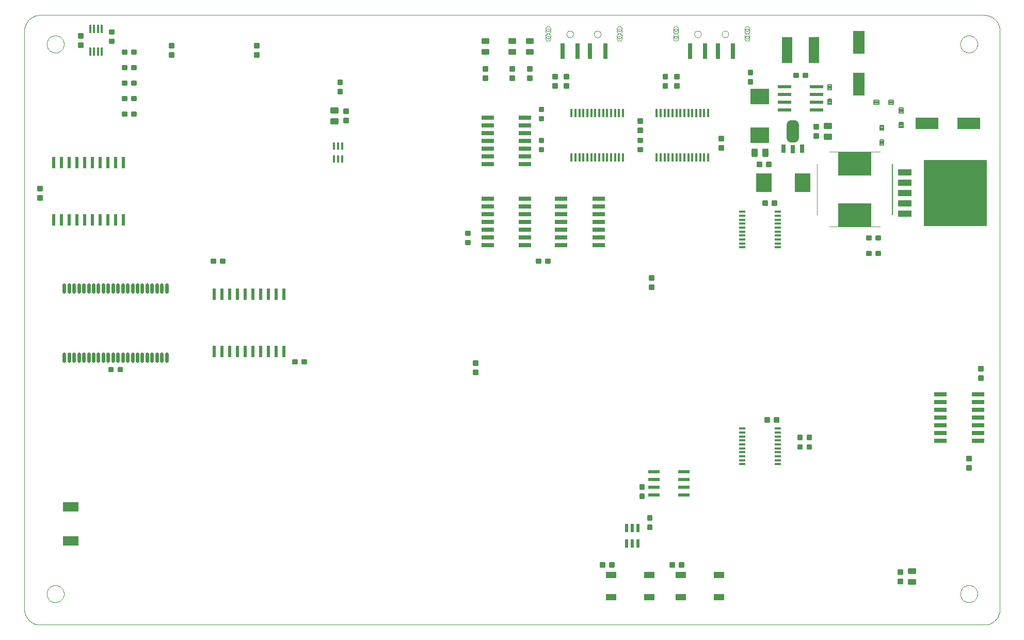
<source format=gtp>
G75*
%MOIN*%
%OFA0B0*%
%FSLAX24Y24*%
%IPPOS*%
%LPD*%
%AMOC8*
5,1,8,0,0,1.08239X$1,22.5*
%
%ADD10C,0.0000*%
%ADD11C,0.0217*%
%ADD12R,0.0780X0.0220*%
%ADD13R,0.0220X0.0520*%
%ADD14R,0.0390X0.0120*%
%ADD15R,0.0137X0.0550*%
%ADD16C,0.0088*%
%ADD17R,0.0709X0.0433*%
%ADD18R,0.0800X0.0260*%
%ADD19R,0.1500X0.0750*%
%ADD20R,0.0750X0.1500*%
%ADD21R,0.1000X0.1200*%
%ADD22R,0.1200X0.1000*%
%ADD23R,0.0669X0.1654*%
%ADD24R,0.1000X0.0600*%
%ADD25C,0.0079*%
%ADD26R,0.0220X0.0780*%
%ADD27R,0.0315X0.0984*%
%ADD28R,0.0866X0.0236*%
%ADD29R,0.4098X0.4252*%
%ADD30R,0.0850X0.0420*%
%ADD31R,0.0315X0.0551*%
%ADD32C,0.0600*%
%ADD33C,0.0100*%
%ADD34C,0.0080*%
%ADD35R,0.2165X0.1575*%
%ADD36R,0.0140X0.0460*%
%ADD37R,0.0140X0.0520*%
D10*
X000350Y001350D02*
X000350Y038720D01*
X000352Y038780D01*
X000357Y038841D01*
X000366Y038900D01*
X000379Y038959D01*
X000395Y039018D01*
X000415Y039075D01*
X000438Y039130D01*
X000465Y039185D01*
X000494Y039237D01*
X000527Y039288D01*
X000563Y039337D01*
X000601Y039383D01*
X000643Y039427D01*
X000687Y039469D01*
X000733Y039507D01*
X000782Y039543D01*
X000833Y039576D01*
X000885Y039605D01*
X000940Y039632D01*
X000995Y039655D01*
X001052Y039675D01*
X001111Y039691D01*
X001170Y039704D01*
X001229Y039713D01*
X001290Y039718D01*
X001350Y039720D01*
X062342Y039720D01*
X062402Y039718D01*
X062463Y039713D01*
X062522Y039704D01*
X062581Y039691D01*
X062640Y039675D01*
X062697Y039655D01*
X062752Y039632D01*
X062807Y039605D01*
X062859Y039576D01*
X062910Y039543D01*
X062959Y039507D01*
X063005Y039469D01*
X063049Y039427D01*
X063091Y039383D01*
X063129Y039337D01*
X063165Y039288D01*
X063198Y039237D01*
X063227Y039185D01*
X063254Y039130D01*
X063277Y039075D01*
X063297Y039018D01*
X063313Y038959D01*
X063326Y038900D01*
X063335Y038841D01*
X063340Y038780D01*
X063342Y038720D01*
X063342Y001350D01*
X063340Y001290D01*
X063335Y001229D01*
X063326Y001170D01*
X063313Y001111D01*
X063297Y001052D01*
X063277Y000995D01*
X063254Y000940D01*
X063227Y000885D01*
X063198Y000833D01*
X063165Y000782D01*
X063129Y000733D01*
X063091Y000687D01*
X063049Y000643D01*
X063005Y000601D01*
X062959Y000563D01*
X062910Y000527D01*
X062859Y000494D01*
X062807Y000465D01*
X062752Y000438D01*
X062697Y000415D01*
X062640Y000395D01*
X062581Y000379D01*
X062522Y000366D01*
X062463Y000357D01*
X062402Y000352D01*
X062342Y000350D01*
X001350Y000350D01*
X001290Y000352D01*
X001229Y000357D01*
X001170Y000366D01*
X001111Y000379D01*
X001052Y000395D01*
X000995Y000415D01*
X000940Y000438D01*
X000885Y000465D01*
X000833Y000494D01*
X000782Y000527D01*
X000733Y000563D01*
X000687Y000601D01*
X000643Y000643D01*
X000601Y000687D01*
X000563Y000733D01*
X000527Y000782D01*
X000494Y000833D01*
X000465Y000885D01*
X000438Y000940D01*
X000415Y000995D01*
X000395Y001052D01*
X000379Y001111D01*
X000366Y001170D01*
X000357Y001229D01*
X000352Y001290D01*
X000350Y001350D01*
X001799Y002350D02*
X001801Y002397D01*
X001807Y002443D01*
X001817Y002489D01*
X001830Y002534D01*
X001848Y002577D01*
X001869Y002619D01*
X001893Y002659D01*
X001921Y002696D01*
X001952Y002731D01*
X001986Y002764D01*
X002022Y002793D01*
X002061Y002819D01*
X002102Y002842D01*
X002145Y002861D01*
X002189Y002877D01*
X002234Y002889D01*
X002280Y002897D01*
X002327Y002901D01*
X002373Y002901D01*
X002420Y002897D01*
X002466Y002889D01*
X002511Y002877D01*
X002555Y002861D01*
X002598Y002842D01*
X002639Y002819D01*
X002678Y002793D01*
X002714Y002764D01*
X002748Y002731D01*
X002779Y002696D01*
X002807Y002659D01*
X002831Y002619D01*
X002852Y002577D01*
X002870Y002534D01*
X002883Y002489D01*
X002893Y002443D01*
X002899Y002397D01*
X002901Y002350D01*
X002899Y002303D01*
X002893Y002257D01*
X002883Y002211D01*
X002870Y002166D01*
X002852Y002123D01*
X002831Y002081D01*
X002807Y002041D01*
X002779Y002004D01*
X002748Y001969D01*
X002714Y001936D01*
X002678Y001907D01*
X002639Y001881D01*
X002598Y001858D01*
X002555Y001839D01*
X002511Y001823D01*
X002466Y001811D01*
X002420Y001803D01*
X002373Y001799D01*
X002327Y001799D01*
X002280Y001803D01*
X002234Y001811D01*
X002189Y001823D01*
X002145Y001839D01*
X002102Y001858D01*
X002061Y001881D01*
X002022Y001907D01*
X001986Y001936D01*
X001952Y001969D01*
X001921Y002004D01*
X001893Y002041D01*
X001869Y002081D01*
X001848Y002123D01*
X001830Y002166D01*
X001817Y002211D01*
X001807Y002257D01*
X001801Y002303D01*
X001799Y002350D01*
X001799Y037850D02*
X001801Y037897D01*
X001807Y037943D01*
X001817Y037989D01*
X001830Y038034D01*
X001848Y038077D01*
X001869Y038119D01*
X001893Y038159D01*
X001921Y038196D01*
X001952Y038231D01*
X001986Y038264D01*
X002022Y038293D01*
X002061Y038319D01*
X002102Y038342D01*
X002145Y038361D01*
X002189Y038377D01*
X002234Y038389D01*
X002280Y038397D01*
X002327Y038401D01*
X002373Y038401D01*
X002420Y038397D01*
X002466Y038389D01*
X002511Y038377D01*
X002555Y038361D01*
X002598Y038342D01*
X002639Y038319D01*
X002678Y038293D01*
X002714Y038264D01*
X002748Y038231D01*
X002779Y038196D01*
X002807Y038159D01*
X002831Y038119D01*
X002852Y038077D01*
X002870Y038034D01*
X002883Y037989D01*
X002893Y037943D01*
X002899Y037897D01*
X002901Y037850D01*
X002899Y037803D01*
X002893Y037757D01*
X002883Y037711D01*
X002870Y037666D01*
X002852Y037623D01*
X002831Y037581D01*
X002807Y037541D01*
X002779Y037504D01*
X002748Y037469D01*
X002714Y037436D01*
X002678Y037407D01*
X002639Y037381D01*
X002598Y037358D01*
X002555Y037339D01*
X002511Y037323D01*
X002466Y037311D01*
X002420Y037303D01*
X002373Y037299D01*
X002327Y037299D01*
X002280Y037303D01*
X002234Y037311D01*
X002189Y037323D01*
X002145Y037339D01*
X002102Y037358D01*
X002061Y037381D01*
X002022Y037407D01*
X001986Y037436D01*
X001952Y037469D01*
X001921Y037504D01*
X001893Y037541D01*
X001869Y037581D01*
X001848Y037623D01*
X001830Y037666D01*
X001817Y037711D01*
X001807Y037757D01*
X001801Y037803D01*
X001799Y037850D01*
X034015Y038209D02*
X034017Y038234D01*
X034023Y038258D01*
X034032Y038280D01*
X034045Y038301D01*
X034061Y038320D01*
X034080Y038336D01*
X034101Y038349D01*
X034123Y038358D01*
X034147Y038364D01*
X034172Y038366D01*
X034197Y038364D01*
X034221Y038358D01*
X034243Y038349D01*
X034264Y038336D01*
X034283Y038320D01*
X034299Y038301D01*
X034312Y038280D01*
X034321Y038258D01*
X034327Y038234D01*
X034329Y038209D01*
X034327Y038184D01*
X034321Y038160D01*
X034312Y038138D01*
X034299Y038117D01*
X034283Y038098D01*
X034264Y038082D01*
X034243Y038069D01*
X034221Y038060D01*
X034197Y038054D01*
X034172Y038052D01*
X034147Y038054D01*
X034123Y038060D01*
X034101Y038069D01*
X034080Y038082D01*
X034061Y038098D01*
X034045Y038117D01*
X034032Y038138D01*
X034023Y038160D01*
X034017Y038184D01*
X034015Y038209D01*
X034015Y038367D02*
X034017Y038392D01*
X034023Y038416D01*
X034032Y038438D01*
X034045Y038459D01*
X034061Y038478D01*
X034080Y038494D01*
X034101Y038507D01*
X034123Y038516D01*
X034147Y038522D01*
X034172Y038524D01*
X034197Y038522D01*
X034221Y038516D01*
X034243Y038507D01*
X034264Y038494D01*
X034283Y038478D01*
X034299Y038459D01*
X034312Y038438D01*
X034321Y038416D01*
X034327Y038392D01*
X034329Y038367D01*
X034327Y038342D01*
X034321Y038318D01*
X034312Y038296D01*
X034299Y038275D01*
X034283Y038256D01*
X034264Y038240D01*
X034243Y038227D01*
X034221Y038218D01*
X034197Y038212D01*
X034172Y038210D01*
X034147Y038212D01*
X034123Y038218D01*
X034101Y038227D01*
X034080Y038240D01*
X034061Y038256D01*
X034045Y038275D01*
X034032Y038296D01*
X034023Y038318D01*
X034017Y038342D01*
X034015Y038367D01*
X034015Y038682D02*
X034017Y038707D01*
X034023Y038731D01*
X034032Y038753D01*
X034045Y038774D01*
X034061Y038793D01*
X034080Y038809D01*
X034101Y038822D01*
X034123Y038831D01*
X034147Y038837D01*
X034172Y038839D01*
X034197Y038837D01*
X034221Y038831D01*
X034243Y038822D01*
X034264Y038809D01*
X034283Y038793D01*
X034299Y038774D01*
X034312Y038753D01*
X034321Y038731D01*
X034327Y038707D01*
X034329Y038682D01*
X034327Y038657D01*
X034321Y038633D01*
X034312Y038611D01*
X034299Y038590D01*
X034283Y038571D01*
X034264Y038555D01*
X034243Y038542D01*
X034221Y038533D01*
X034197Y038527D01*
X034172Y038525D01*
X034147Y038527D01*
X034123Y038533D01*
X034101Y038542D01*
X034080Y038555D01*
X034061Y038571D01*
X034045Y038590D01*
X034032Y038611D01*
X034023Y038633D01*
X034017Y038657D01*
X034015Y038682D01*
X034015Y038839D02*
X034017Y038864D01*
X034023Y038888D01*
X034032Y038910D01*
X034045Y038931D01*
X034061Y038950D01*
X034080Y038966D01*
X034101Y038979D01*
X034123Y038988D01*
X034147Y038994D01*
X034172Y038996D01*
X034197Y038994D01*
X034221Y038988D01*
X034243Y038979D01*
X034264Y038966D01*
X034283Y038950D01*
X034299Y038931D01*
X034312Y038910D01*
X034321Y038888D01*
X034327Y038864D01*
X034329Y038839D01*
X034327Y038814D01*
X034321Y038790D01*
X034312Y038768D01*
X034299Y038747D01*
X034283Y038728D01*
X034264Y038712D01*
X034243Y038699D01*
X034221Y038690D01*
X034197Y038684D01*
X034172Y038682D01*
X034147Y038684D01*
X034123Y038690D01*
X034101Y038699D01*
X034080Y038712D01*
X034061Y038728D01*
X034045Y038747D01*
X034032Y038768D01*
X034023Y038790D01*
X034017Y038814D01*
X034015Y038839D01*
X035372Y038497D02*
X035374Y038526D01*
X035380Y038554D01*
X035389Y038582D01*
X035402Y038608D01*
X035419Y038631D01*
X035438Y038653D01*
X035460Y038672D01*
X035485Y038687D01*
X035511Y038700D01*
X035539Y038708D01*
X035567Y038713D01*
X035596Y038714D01*
X035625Y038711D01*
X035653Y038704D01*
X035680Y038694D01*
X035706Y038680D01*
X035729Y038663D01*
X035750Y038643D01*
X035768Y038620D01*
X035783Y038595D01*
X035794Y038568D01*
X035802Y038540D01*
X035806Y038511D01*
X035806Y038483D01*
X035802Y038454D01*
X035794Y038426D01*
X035783Y038399D01*
X035768Y038374D01*
X035750Y038351D01*
X035729Y038331D01*
X035706Y038314D01*
X035680Y038300D01*
X035653Y038290D01*
X035625Y038283D01*
X035596Y038280D01*
X035567Y038281D01*
X035539Y038286D01*
X035511Y038294D01*
X035485Y038307D01*
X035460Y038322D01*
X035438Y038341D01*
X035419Y038363D01*
X035402Y038386D01*
X035389Y038412D01*
X035380Y038440D01*
X035374Y038468D01*
X035372Y038497D01*
X037144Y038497D02*
X037146Y038526D01*
X037152Y038554D01*
X037161Y038582D01*
X037174Y038608D01*
X037191Y038631D01*
X037210Y038653D01*
X037232Y038672D01*
X037257Y038687D01*
X037283Y038700D01*
X037311Y038708D01*
X037339Y038713D01*
X037368Y038714D01*
X037397Y038711D01*
X037425Y038704D01*
X037452Y038694D01*
X037478Y038680D01*
X037501Y038663D01*
X037522Y038643D01*
X037540Y038620D01*
X037555Y038595D01*
X037566Y038568D01*
X037574Y038540D01*
X037578Y038511D01*
X037578Y038483D01*
X037574Y038454D01*
X037566Y038426D01*
X037555Y038399D01*
X037540Y038374D01*
X037522Y038351D01*
X037501Y038331D01*
X037478Y038314D01*
X037452Y038300D01*
X037425Y038290D01*
X037397Y038283D01*
X037368Y038280D01*
X037339Y038281D01*
X037311Y038286D01*
X037283Y038294D01*
X037257Y038307D01*
X037232Y038322D01*
X037210Y038341D01*
X037191Y038363D01*
X037174Y038386D01*
X037161Y038412D01*
X037152Y038440D01*
X037146Y038468D01*
X037144Y038497D01*
X038621Y038367D02*
X038623Y038392D01*
X038629Y038416D01*
X038638Y038438D01*
X038651Y038459D01*
X038667Y038478D01*
X038686Y038494D01*
X038707Y038507D01*
X038729Y038516D01*
X038753Y038522D01*
X038778Y038524D01*
X038803Y038522D01*
X038827Y038516D01*
X038849Y038507D01*
X038870Y038494D01*
X038889Y038478D01*
X038905Y038459D01*
X038918Y038438D01*
X038927Y038416D01*
X038933Y038392D01*
X038935Y038367D01*
X038933Y038342D01*
X038927Y038318D01*
X038918Y038296D01*
X038905Y038275D01*
X038889Y038256D01*
X038870Y038240D01*
X038849Y038227D01*
X038827Y038218D01*
X038803Y038212D01*
X038778Y038210D01*
X038753Y038212D01*
X038729Y038218D01*
X038707Y038227D01*
X038686Y038240D01*
X038667Y038256D01*
X038651Y038275D01*
X038638Y038296D01*
X038629Y038318D01*
X038623Y038342D01*
X038621Y038367D01*
X038621Y038209D02*
X038623Y038234D01*
X038629Y038258D01*
X038638Y038280D01*
X038651Y038301D01*
X038667Y038320D01*
X038686Y038336D01*
X038707Y038349D01*
X038729Y038358D01*
X038753Y038364D01*
X038778Y038366D01*
X038803Y038364D01*
X038827Y038358D01*
X038849Y038349D01*
X038870Y038336D01*
X038889Y038320D01*
X038905Y038301D01*
X038918Y038280D01*
X038927Y038258D01*
X038933Y038234D01*
X038935Y038209D01*
X038933Y038184D01*
X038927Y038160D01*
X038918Y038138D01*
X038905Y038117D01*
X038889Y038098D01*
X038870Y038082D01*
X038849Y038069D01*
X038827Y038060D01*
X038803Y038054D01*
X038778Y038052D01*
X038753Y038054D01*
X038729Y038060D01*
X038707Y038069D01*
X038686Y038082D01*
X038667Y038098D01*
X038651Y038117D01*
X038638Y038138D01*
X038629Y038160D01*
X038623Y038184D01*
X038621Y038209D01*
X038621Y038682D02*
X038623Y038707D01*
X038629Y038731D01*
X038638Y038753D01*
X038651Y038774D01*
X038667Y038793D01*
X038686Y038809D01*
X038707Y038822D01*
X038729Y038831D01*
X038753Y038837D01*
X038778Y038839D01*
X038803Y038837D01*
X038827Y038831D01*
X038849Y038822D01*
X038870Y038809D01*
X038889Y038793D01*
X038905Y038774D01*
X038918Y038753D01*
X038927Y038731D01*
X038933Y038707D01*
X038935Y038682D01*
X038933Y038657D01*
X038927Y038633D01*
X038918Y038611D01*
X038905Y038590D01*
X038889Y038571D01*
X038870Y038555D01*
X038849Y038542D01*
X038827Y038533D01*
X038803Y038527D01*
X038778Y038525D01*
X038753Y038527D01*
X038729Y038533D01*
X038707Y038542D01*
X038686Y038555D01*
X038667Y038571D01*
X038651Y038590D01*
X038638Y038611D01*
X038629Y038633D01*
X038623Y038657D01*
X038621Y038682D01*
X038621Y038839D02*
X038623Y038864D01*
X038629Y038888D01*
X038638Y038910D01*
X038651Y038931D01*
X038667Y038950D01*
X038686Y038966D01*
X038707Y038979D01*
X038729Y038988D01*
X038753Y038994D01*
X038778Y038996D01*
X038803Y038994D01*
X038827Y038988D01*
X038849Y038979D01*
X038870Y038966D01*
X038889Y038950D01*
X038905Y038931D01*
X038918Y038910D01*
X038927Y038888D01*
X038933Y038864D01*
X038935Y038839D01*
X038933Y038814D01*
X038927Y038790D01*
X038918Y038768D01*
X038905Y038747D01*
X038889Y038728D01*
X038870Y038712D01*
X038849Y038699D01*
X038827Y038690D01*
X038803Y038684D01*
X038778Y038682D01*
X038753Y038684D01*
X038729Y038690D01*
X038707Y038699D01*
X038686Y038712D01*
X038667Y038728D01*
X038651Y038747D01*
X038638Y038768D01*
X038629Y038790D01*
X038623Y038814D01*
X038621Y038839D01*
X042265Y038839D02*
X042267Y038864D01*
X042273Y038888D01*
X042282Y038910D01*
X042295Y038931D01*
X042311Y038950D01*
X042330Y038966D01*
X042351Y038979D01*
X042373Y038988D01*
X042397Y038994D01*
X042422Y038996D01*
X042447Y038994D01*
X042471Y038988D01*
X042493Y038979D01*
X042514Y038966D01*
X042533Y038950D01*
X042549Y038931D01*
X042562Y038910D01*
X042571Y038888D01*
X042577Y038864D01*
X042579Y038839D01*
X042577Y038814D01*
X042571Y038790D01*
X042562Y038768D01*
X042549Y038747D01*
X042533Y038728D01*
X042514Y038712D01*
X042493Y038699D01*
X042471Y038690D01*
X042447Y038684D01*
X042422Y038682D01*
X042397Y038684D01*
X042373Y038690D01*
X042351Y038699D01*
X042330Y038712D01*
X042311Y038728D01*
X042295Y038747D01*
X042282Y038768D01*
X042273Y038790D01*
X042267Y038814D01*
X042265Y038839D01*
X042265Y038682D02*
X042267Y038707D01*
X042273Y038731D01*
X042282Y038753D01*
X042295Y038774D01*
X042311Y038793D01*
X042330Y038809D01*
X042351Y038822D01*
X042373Y038831D01*
X042397Y038837D01*
X042422Y038839D01*
X042447Y038837D01*
X042471Y038831D01*
X042493Y038822D01*
X042514Y038809D01*
X042533Y038793D01*
X042549Y038774D01*
X042562Y038753D01*
X042571Y038731D01*
X042577Y038707D01*
X042579Y038682D01*
X042577Y038657D01*
X042571Y038633D01*
X042562Y038611D01*
X042549Y038590D01*
X042533Y038571D01*
X042514Y038555D01*
X042493Y038542D01*
X042471Y038533D01*
X042447Y038527D01*
X042422Y038525D01*
X042397Y038527D01*
X042373Y038533D01*
X042351Y038542D01*
X042330Y038555D01*
X042311Y038571D01*
X042295Y038590D01*
X042282Y038611D01*
X042273Y038633D01*
X042267Y038657D01*
X042265Y038682D01*
X042265Y038367D02*
X042267Y038392D01*
X042273Y038416D01*
X042282Y038438D01*
X042295Y038459D01*
X042311Y038478D01*
X042330Y038494D01*
X042351Y038507D01*
X042373Y038516D01*
X042397Y038522D01*
X042422Y038524D01*
X042447Y038522D01*
X042471Y038516D01*
X042493Y038507D01*
X042514Y038494D01*
X042533Y038478D01*
X042549Y038459D01*
X042562Y038438D01*
X042571Y038416D01*
X042577Y038392D01*
X042579Y038367D01*
X042577Y038342D01*
X042571Y038318D01*
X042562Y038296D01*
X042549Y038275D01*
X042533Y038256D01*
X042514Y038240D01*
X042493Y038227D01*
X042471Y038218D01*
X042447Y038212D01*
X042422Y038210D01*
X042397Y038212D01*
X042373Y038218D01*
X042351Y038227D01*
X042330Y038240D01*
X042311Y038256D01*
X042295Y038275D01*
X042282Y038296D01*
X042273Y038318D01*
X042267Y038342D01*
X042265Y038367D01*
X042265Y038209D02*
X042267Y038234D01*
X042273Y038258D01*
X042282Y038280D01*
X042295Y038301D01*
X042311Y038320D01*
X042330Y038336D01*
X042351Y038349D01*
X042373Y038358D01*
X042397Y038364D01*
X042422Y038366D01*
X042447Y038364D01*
X042471Y038358D01*
X042493Y038349D01*
X042514Y038336D01*
X042533Y038320D01*
X042549Y038301D01*
X042562Y038280D01*
X042571Y038258D01*
X042577Y038234D01*
X042579Y038209D01*
X042577Y038184D01*
X042571Y038160D01*
X042562Y038138D01*
X042549Y038117D01*
X042533Y038098D01*
X042514Y038082D01*
X042493Y038069D01*
X042471Y038060D01*
X042447Y038054D01*
X042422Y038052D01*
X042397Y038054D01*
X042373Y038060D01*
X042351Y038069D01*
X042330Y038082D01*
X042311Y038098D01*
X042295Y038117D01*
X042282Y038138D01*
X042273Y038160D01*
X042267Y038184D01*
X042265Y038209D01*
X043622Y038497D02*
X043624Y038526D01*
X043630Y038554D01*
X043639Y038582D01*
X043652Y038608D01*
X043669Y038631D01*
X043688Y038653D01*
X043710Y038672D01*
X043735Y038687D01*
X043761Y038700D01*
X043789Y038708D01*
X043817Y038713D01*
X043846Y038714D01*
X043875Y038711D01*
X043903Y038704D01*
X043930Y038694D01*
X043956Y038680D01*
X043979Y038663D01*
X044000Y038643D01*
X044018Y038620D01*
X044033Y038595D01*
X044044Y038568D01*
X044052Y038540D01*
X044056Y038511D01*
X044056Y038483D01*
X044052Y038454D01*
X044044Y038426D01*
X044033Y038399D01*
X044018Y038374D01*
X044000Y038351D01*
X043979Y038331D01*
X043956Y038314D01*
X043930Y038300D01*
X043903Y038290D01*
X043875Y038283D01*
X043846Y038280D01*
X043817Y038281D01*
X043789Y038286D01*
X043761Y038294D01*
X043735Y038307D01*
X043710Y038322D01*
X043688Y038341D01*
X043669Y038363D01*
X043652Y038386D01*
X043639Y038412D01*
X043630Y038440D01*
X043624Y038468D01*
X043622Y038497D01*
X045394Y038497D02*
X045396Y038526D01*
X045402Y038554D01*
X045411Y038582D01*
X045424Y038608D01*
X045441Y038631D01*
X045460Y038653D01*
X045482Y038672D01*
X045507Y038687D01*
X045533Y038700D01*
X045561Y038708D01*
X045589Y038713D01*
X045618Y038714D01*
X045647Y038711D01*
X045675Y038704D01*
X045702Y038694D01*
X045728Y038680D01*
X045751Y038663D01*
X045772Y038643D01*
X045790Y038620D01*
X045805Y038595D01*
X045816Y038568D01*
X045824Y038540D01*
X045828Y038511D01*
X045828Y038483D01*
X045824Y038454D01*
X045816Y038426D01*
X045805Y038399D01*
X045790Y038374D01*
X045772Y038351D01*
X045751Y038331D01*
X045728Y038314D01*
X045702Y038300D01*
X045675Y038290D01*
X045647Y038283D01*
X045618Y038280D01*
X045589Y038281D01*
X045561Y038286D01*
X045533Y038294D01*
X045507Y038307D01*
X045482Y038322D01*
X045460Y038341D01*
X045441Y038363D01*
X045424Y038386D01*
X045411Y038412D01*
X045402Y038440D01*
X045396Y038468D01*
X045394Y038497D01*
X046871Y038367D02*
X046873Y038392D01*
X046879Y038416D01*
X046888Y038438D01*
X046901Y038459D01*
X046917Y038478D01*
X046936Y038494D01*
X046957Y038507D01*
X046979Y038516D01*
X047003Y038522D01*
X047028Y038524D01*
X047053Y038522D01*
X047077Y038516D01*
X047099Y038507D01*
X047120Y038494D01*
X047139Y038478D01*
X047155Y038459D01*
X047168Y038438D01*
X047177Y038416D01*
X047183Y038392D01*
X047185Y038367D01*
X047183Y038342D01*
X047177Y038318D01*
X047168Y038296D01*
X047155Y038275D01*
X047139Y038256D01*
X047120Y038240D01*
X047099Y038227D01*
X047077Y038218D01*
X047053Y038212D01*
X047028Y038210D01*
X047003Y038212D01*
X046979Y038218D01*
X046957Y038227D01*
X046936Y038240D01*
X046917Y038256D01*
X046901Y038275D01*
X046888Y038296D01*
X046879Y038318D01*
X046873Y038342D01*
X046871Y038367D01*
X046871Y038209D02*
X046873Y038234D01*
X046879Y038258D01*
X046888Y038280D01*
X046901Y038301D01*
X046917Y038320D01*
X046936Y038336D01*
X046957Y038349D01*
X046979Y038358D01*
X047003Y038364D01*
X047028Y038366D01*
X047053Y038364D01*
X047077Y038358D01*
X047099Y038349D01*
X047120Y038336D01*
X047139Y038320D01*
X047155Y038301D01*
X047168Y038280D01*
X047177Y038258D01*
X047183Y038234D01*
X047185Y038209D01*
X047183Y038184D01*
X047177Y038160D01*
X047168Y038138D01*
X047155Y038117D01*
X047139Y038098D01*
X047120Y038082D01*
X047099Y038069D01*
X047077Y038060D01*
X047053Y038054D01*
X047028Y038052D01*
X047003Y038054D01*
X046979Y038060D01*
X046957Y038069D01*
X046936Y038082D01*
X046917Y038098D01*
X046901Y038117D01*
X046888Y038138D01*
X046879Y038160D01*
X046873Y038184D01*
X046871Y038209D01*
X046871Y038682D02*
X046873Y038707D01*
X046879Y038731D01*
X046888Y038753D01*
X046901Y038774D01*
X046917Y038793D01*
X046936Y038809D01*
X046957Y038822D01*
X046979Y038831D01*
X047003Y038837D01*
X047028Y038839D01*
X047053Y038837D01*
X047077Y038831D01*
X047099Y038822D01*
X047120Y038809D01*
X047139Y038793D01*
X047155Y038774D01*
X047168Y038753D01*
X047177Y038731D01*
X047183Y038707D01*
X047185Y038682D01*
X047183Y038657D01*
X047177Y038633D01*
X047168Y038611D01*
X047155Y038590D01*
X047139Y038571D01*
X047120Y038555D01*
X047099Y038542D01*
X047077Y038533D01*
X047053Y038527D01*
X047028Y038525D01*
X047003Y038527D01*
X046979Y038533D01*
X046957Y038542D01*
X046936Y038555D01*
X046917Y038571D01*
X046901Y038590D01*
X046888Y038611D01*
X046879Y038633D01*
X046873Y038657D01*
X046871Y038682D01*
X046871Y038839D02*
X046873Y038864D01*
X046879Y038888D01*
X046888Y038910D01*
X046901Y038931D01*
X046917Y038950D01*
X046936Y038966D01*
X046957Y038979D01*
X046979Y038988D01*
X047003Y038994D01*
X047028Y038996D01*
X047053Y038994D01*
X047077Y038988D01*
X047099Y038979D01*
X047120Y038966D01*
X047139Y038950D01*
X047155Y038931D01*
X047168Y038910D01*
X047177Y038888D01*
X047183Y038864D01*
X047185Y038839D01*
X047183Y038814D01*
X047177Y038790D01*
X047168Y038768D01*
X047155Y038747D01*
X047139Y038728D01*
X047120Y038712D01*
X047099Y038699D01*
X047077Y038690D01*
X047053Y038684D01*
X047028Y038682D01*
X047003Y038684D01*
X046979Y038690D01*
X046957Y038699D01*
X046936Y038712D01*
X046917Y038728D01*
X046901Y038747D01*
X046888Y038768D01*
X046879Y038790D01*
X046873Y038814D01*
X046871Y038839D01*
X052341Y030896D02*
X055609Y030896D01*
X051554Y030109D02*
X051554Y026841D01*
X052341Y026054D02*
X055609Y026054D01*
X060799Y037850D02*
X060801Y037897D01*
X060807Y037943D01*
X060817Y037989D01*
X060830Y038034D01*
X060848Y038077D01*
X060869Y038119D01*
X060893Y038159D01*
X060921Y038196D01*
X060952Y038231D01*
X060986Y038264D01*
X061022Y038293D01*
X061061Y038319D01*
X061102Y038342D01*
X061145Y038361D01*
X061189Y038377D01*
X061234Y038389D01*
X061280Y038397D01*
X061327Y038401D01*
X061373Y038401D01*
X061420Y038397D01*
X061466Y038389D01*
X061511Y038377D01*
X061555Y038361D01*
X061598Y038342D01*
X061639Y038319D01*
X061678Y038293D01*
X061714Y038264D01*
X061748Y038231D01*
X061779Y038196D01*
X061807Y038159D01*
X061831Y038119D01*
X061852Y038077D01*
X061870Y038034D01*
X061883Y037989D01*
X061893Y037943D01*
X061899Y037897D01*
X061901Y037850D01*
X061899Y037803D01*
X061893Y037757D01*
X061883Y037711D01*
X061870Y037666D01*
X061852Y037623D01*
X061831Y037581D01*
X061807Y037541D01*
X061779Y037504D01*
X061748Y037469D01*
X061714Y037436D01*
X061678Y037407D01*
X061639Y037381D01*
X061598Y037358D01*
X061555Y037339D01*
X061511Y037323D01*
X061466Y037311D01*
X061420Y037303D01*
X061373Y037299D01*
X061327Y037299D01*
X061280Y037303D01*
X061234Y037311D01*
X061189Y037323D01*
X061145Y037339D01*
X061102Y037358D01*
X061061Y037381D01*
X061022Y037407D01*
X060986Y037436D01*
X060952Y037469D01*
X060921Y037504D01*
X060893Y037541D01*
X060869Y037581D01*
X060848Y037623D01*
X060830Y037666D01*
X060817Y037711D01*
X060807Y037757D01*
X060801Y037803D01*
X060799Y037850D01*
X060799Y002350D02*
X060801Y002397D01*
X060807Y002443D01*
X060817Y002489D01*
X060830Y002534D01*
X060848Y002577D01*
X060869Y002619D01*
X060893Y002659D01*
X060921Y002696D01*
X060952Y002731D01*
X060986Y002764D01*
X061022Y002793D01*
X061061Y002819D01*
X061102Y002842D01*
X061145Y002861D01*
X061189Y002877D01*
X061234Y002889D01*
X061280Y002897D01*
X061327Y002901D01*
X061373Y002901D01*
X061420Y002897D01*
X061466Y002889D01*
X061511Y002877D01*
X061555Y002861D01*
X061598Y002842D01*
X061639Y002819D01*
X061678Y002793D01*
X061714Y002764D01*
X061748Y002731D01*
X061779Y002696D01*
X061807Y002659D01*
X061831Y002619D01*
X061852Y002577D01*
X061870Y002534D01*
X061883Y002489D01*
X061893Y002443D01*
X061899Y002397D01*
X061901Y002350D01*
X061899Y002303D01*
X061893Y002257D01*
X061883Y002211D01*
X061870Y002166D01*
X061852Y002123D01*
X061831Y002081D01*
X061807Y002041D01*
X061779Y002004D01*
X061748Y001969D01*
X061714Y001936D01*
X061678Y001907D01*
X061639Y001881D01*
X061598Y001858D01*
X061555Y001839D01*
X061511Y001823D01*
X061466Y001811D01*
X061420Y001803D01*
X061373Y001799D01*
X061327Y001799D01*
X061280Y001803D01*
X061234Y001811D01*
X061189Y001823D01*
X061145Y001839D01*
X061102Y001858D01*
X061061Y001881D01*
X061022Y001907D01*
X060986Y001936D01*
X060952Y001969D01*
X060921Y002004D01*
X060893Y002041D01*
X060869Y002081D01*
X060848Y002123D01*
X060830Y002166D01*
X060817Y002211D01*
X060807Y002257D01*
X060801Y002303D01*
X060799Y002350D01*
D11*
X009532Y017407D02*
X009532Y017407D01*
X009532Y017821D01*
X009532Y017821D01*
X009532Y017407D01*
X009532Y017623D02*
X009532Y017623D01*
X009217Y017407D02*
X009217Y017407D01*
X009217Y017821D01*
X009217Y017821D01*
X009217Y017407D01*
X009217Y017623D02*
X009217Y017623D01*
X008902Y017407D02*
X008902Y017407D01*
X008902Y017821D01*
X008902Y017821D01*
X008902Y017407D01*
X008902Y017623D02*
X008902Y017623D01*
X008587Y017407D02*
X008587Y017407D01*
X008587Y017821D01*
X008587Y017821D01*
X008587Y017407D01*
X008587Y017623D02*
X008587Y017623D01*
X008272Y017407D02*
X008272Y017407D01*
X008272Y017821D01*
X008272Y017821D01*
X008272Y017407D01*
X008272Y017623D02*
X008272Y017623D01*
X007957Y017407D02*
X007957Y017407D01*
X007957Y017821D01*
X007957Y017821D01*
X007957Y017407D01*
X007957Y017623D02*
X007957Y017623D01*
X007642Y017407D02*
X007642Y017407D01*
X007642Y017821D01*
X007642Y017821D01*
X007642Y017407D01*
X007642Y017623D02*
X007642Y017623D01*
X007327Y017407D02*
X007327Y017407D01*
X007327Y017821D01*
X007327Y017821D01*
X007327Y017407D01*
X007327Y017623D02*
X007327Y017623D01*
X007012Y017407D02*
X007012Y017407D01*
X007012Y017821D01*
X007012Y017821D01*
X007012Y017407D01*
X007012Y017623D02*
X007012Y017623D01*
X006697Y017407D02*
X006697Y017407D01*
X006697Y017821D01*
X006697Y017821D01*
X006697Y017407D01*
X006697Y017623D02*
X006697Y017623D01*
X006382Y017407D02*
X006382Y017407D01*
X006382Y017821D01*
X006382Y017821D01*
X006382Y017407D01*
X006382Y017623D02*
X006382Y017623D01*
X006068Y017407D02*
X006068Y017407D01*
X006068Y017821D01*
X006068Y017821D01*
X006068Y017407D01*
X006068Y017623D02*
X006068Y017623D01*
X005753Y017407D02*
X005753Y017407D01*
X005753Y017821D01*
X005753Y017821D01*
X005753Y017407D01*
X005753Y017623D02*
X005753Y017623D01*
X005438Y017407D02*
X005438Y017407D01*
X005438Y017821D01*
X005438Y017821D01*
X005438Y017407D01*
X005438Y017623D02*
X005438Y017623D01*
X005123Y017407D02*
X005123Y017407D01*
X005123Y017821D01*
X005123Y017821D01*
X005123Y017407D01*
X005123Y017623D02*
X005123Y017623D01*
X004808Y017407D02*
X004808Y017407D01*
X004808Y017821D01*
X004808Y017821D01*
X004808Y017407D01*
X004808Y017623D02*
X004808Y017623D01*
X004493Y017407D02*
X004493Y017407D01*
X004493Y017821D01*
X004493Y017821D01*
X004493Y017407D01*
X004493Y017623D02*
X004493Y017623D01*
X004178Y017407D02*
X004178Y017407D01*
X004178Y017821D01*
X004178Y017821D01*
X004178Y017407D01*
X004178Y017623D02*
X004178Y017623D01*
X003863Y017407D02*
X003863Y017407D01*
X003863Y017821D01*
X003863Y017821D01*
X003863Y017407D01*
X003863Y017623D02*
X003863Y017623D01*
X003548Y017407D02*
X003548Y017407D01*
X003548Y017821D01*
X003548Y017821D01*
X003548Y017407D01*
X003548Y017623D02*
X003548Y017623D01*
X003233Y017407D02*
X003233Y017407D01*
X003233Y017821D01*
X003233Y017821D01*
X003233Y017407D01*
X003233Y017623D02*
X003233Y017623D01*
X002918Y017407D02*
X002918Y017407D01*
X002918Y017821D01*
X002918Y017821D01*
X002918Y017407D01*
X002918Y017623D02*
X002918Y017623D01*
X002918Y022293D02*
X002918Y022293D01*
X002918Y021879D01*
X002918Y021879D01*
X002918Y022293D01*
X002918Y022095D02*
X002918Y022095D01*
X003233Y022293D02*
X003233Y022293D01*
X003233Y021879D01*
X003233Y021879D01*
X003233Y022293D01*
X003233Y022095D02*
X003233Y022095D01*
X003548Y022293D02*
X003548Y022293D01*
X003548Y021879D01*
X003548Y021879D01*
X003548Y022293D01*
X003548Y022095D02*
X003548Y022095D01*
X003863Y022293D02*
X003863Y022293D01*
X003863Y021879D01*
X003863Y021879D01*
X003863Y022293D01*
X003863Y022095D02*
X003863Y022095D01*
X004178Y022293D02*
X004178Y022293D01*
X004178Y021879D01*
X004178Y021879D01*
X004178Y022293D01*
X004178Y022095D02*
X004178Y022095D01*
X004493Y022293D02*
X004493Y022293D01*
X004493Y021879D01*
X004493Y021879D01*
X004493Y022293D01*
X004493Y022095D02*
X004493Y022095D01*
X004808Y022293D02*
X004808Y022293D01*
X004808Y021879D01*
X004808Y021879D01*
X004808Y022293D01*
X004808Y022095D02*
X004808Y022095D01*
X005123Y022293D02*
X005123Y022293D01*
X005123Y021879D01*
X005123Y021879D01*
X005123Y022293D01*
X005123Y022095D02*
X005123Y022095D01*
X005438Y022293D02*
X005438Y022293D01*
X005438Y021879D01*
X005438Y021879D01*
X005438Y022293D01*
X005438Y022095D02*
X005438Y022095D01*
X005753Y022293D02*
X005753Y022293D01*
X005753Y021879D01*
X005753Y021879D01*
X005753Y022293D01*
X005753Y022095D02*
X005753Y022095D01*
X006068Y022293D02*
X006068Y022293D01*
X006068Y021879D01*
X006068Y021879D01*
X006068Y022293D01*
X006068Y022095D02*
X006068Y022095D01*
X006382Y022293D02*
X006382Y022293D01*
X006382Y021879D01*
X006382Y021879D01*
X006382Y022293D01*
X006382Y022095D02*
X006382Y022095D01*
X006697Y022293D02*
X006697Y022293D01*
X006697Y021879D01*
X006697Y021879D01*
X006697Y022293D01*
X006697Y022095D02*
X006697Y022095D01*
X007012Y022293D02*
X007012Y022293D01*
X007012Y021879D01*
X007012Y021879D01*
X007012Y022293D01*
X007012Y022095D02*
X007012Y022095D01*
X007327Y022293D02*
X007327Y022293D01*
X007327Y021879D01*
X007327Y021879D01*
X007327Y022293D01*
X007327Y022095D02*
X007327Y022095D01*
X007642Y022293D02*
X007642Y022293D01*
X007642Y021879D01*
X007642Y021879D01*
X007642Y022293D01*
X007642Y022095D02*
X007642Y022095D01*
X007957Y022293D02*
X007957Y022293D01*
X007957Y021879D01*
X007957Y021879D01*
X007957Y022293D01*
X007957Y022095D02*
X007957Y022095D01*
X008272Y022293D02*
X008272Y022293D01*
X008272Y021879D01*
X008272Y021879D01*
X008272Y022293D01*
X008272Y022095D02*
X008272Y022095D01*
X008587Y022293D02*
X008587Y022293D01*
X008587Y021879D01*
X008587Y021879D01*
X008587Y022293D01*
X008587Y022095D02*
X008587Y022095D01*
X008902Y022293D02*
X008902Y022293D01*
X008902Y021879D01*
X008902Y021879D01*
X008902Y022293D01*
X008902Y022095D02*
X008902Y022095D01*
X009217Y022293D02*
X009217Y022293D01*
X009217Y021879D01*
X009217Y021879D01*
X009217Y022293D01*
X009217Y022095D02*
X009217Y022095D01*
X009532Y022293D02*
X009532Y022293D01*
X009532Y021879D01*
X009532Y021879D01*
X009532Y022293D01*
X009532Y022095D02*
X009532Y022095D01*
D12*
X041005Y010225D03*
X041005Y009725D03*
X041005Y009225D03*
X041005Y008725D03*
X042945Y008725D03*
X042945Y009225D03*
X042945Y009725D03*
X042945Y010225D03*
D13*
X039970Y006600D03*
X039600Y006600D03*
X039230Y006600D03*
X039230Y005600D03*
X039600Y005600D03*
X039970Y005600D03*
D14*
X046701Y010718D03*
X046701Y010974D03*
X046701Y011230D03*
X046701Y011486D03*
X046701Y011742D03*
X046701Y011998D03*
X046701Y012254D03*
X046701Y012509D03*
X046701Y012765D03*
X046701Y013021D03*
X048999Y013021D03*
X048999Y012765D03*
X048999Y012509D03*
X048999Y012254D03*
X048999Y011998D03*
X048999Y011742D03*
X048999Y011486D03*
X048999Y011230D03*
X048999Y010974D03*
X048999Y010718D03*
X048999Y024718D03*
X048999Y024974D03*
X048999Y025230D03*
X048999Y025486D03*
X048999Y025742D03*
X048999Y025998D03*
X048999Y026254D03*
X048999Y026509D03*
X048999Y026765D03*
X048999Y027021D03*
X046701Y027021D03*
X046701Y026765D03*
X046701Y026509D03*
X046701Y026254D03*
X046701Y025998D03*
X046701Y025742D03*
X046701Y025486D03*
X046701Y025230D03*
X046701Y024974D03*
X046701Y024718D03*
D15*
X044513Y030536D03*
X044257Y030536D03*
X044002Y030536D03*
X043746Y030536D03*
X043490Y030536D03*
X043234Y030536D03*
X042978Y030536D03*
X042722Y030536D03*
X042466Y030536D03*
X042210Y030536D03*
X041954Y030536D03*
X041698Y030536D03*
X041443Y030536D03*
X041187Y030536D03*
X039013Y030536D03*
X038757Y030536D03*
X038502Y030536D03*
X038246Y030536D03*
X037990Y030536D03*
X037734Y030536D03*
X037478Y030536D03*
X037222Y030536D03*
X036966Y030536D03*
X036710Y030536D03*
X036454Y030536D03*
X036198Y030536D03*
X035943Y030536D03*
X035687Y030536D03*
X035687Y033414D03*
X035943Y033414D03*
X036198Y033414D03*
X036454Y033414D03*
X036710Y033414D03*
X036966Y033414D03*
X037222Y033414D03*
X037478Y033414D03*
X037734Y033414D03*
X037990Y033414D03*
X038246Y033414D03*
X038502Y033414D03*
X038757Y033414D03*
X039013Y033414D03*
X041187Y033414D03*
X041443Y033414D03*
X041698Y033414D03*
X041954Y033414D03*
X042210Y033414D03*
X042466Y033414D03*
X042722Y033414D03*
X042978Y033414D03*
X043234Y033414D03*
X043490Y033414D03*
X043746Y033414D03*
X044002Y033414D03*
X044257Y033414D03*
X044513Y033414D03*
D16*
X045219Y031906D02*
X045219Y031644D01*
X045219Y031906D02*
X045481Y031906D01*
X045481Y031644D01*
X045219Y031644D01*
X045219Y031731D02*
X045481Y031731D01*
X045481Y031818D02*
X045219Y031818D01*
X045219Y031905D02*
X045481Y031905D01*
X045219Y031306D02*
X045219Y031044D01*
X045219Y031306D02*
X045481Y031306D01*
X045481Y031044D01*
X045219Y031044D01*
X045219Y031131D02*
X045481Y031131D01*
X045481Y031218D02*
X045219Y031218D01*
X045219Y031305D02*
X045481Y031305D01*
X047669Y029969D02*
X047931Y029969D01*
X047669Y029969D02*
X047669Y030231D01*
X047931Y030231D01*
X047931Y029969D01*
X047931Y030056D02*
X047669Y030056D01*
X047669Y030143D02*
X047931Y030143D01*
X047931Y030230D02*
X047669Y030230D01*
X048269Y029969D02*
X048531Y029969D01*
X048269Y029969D02*
X048269Y030231D01*
X048531Y030231D01*
X048531Y029969D01*
X048531Y030056D02*
X048269Y030056D01*
X048269Y030143D02*
X048531Y030143D01*
X048531Y030230D02*
X048269Y030230D01*
X051344Y031794D02*
X051344Y032056D01*
X051606Y032056D01*
X051606Y031794D01*
X051344Y031794D01*
X051344Y031881D02*
X051606Y031881D01*
X051606Y031968D02*
X051344Y031968D01*
X051344Y032055D02*
X051606Y032055D01*
X051344Y032394D02*
X051344Y032656D01*
X051606Y032656D01*
X051606Y032394D01*
X051344Y032394D01*
X051344Y032481D02*
X051606Y032481D01*
X051606Y032568D02*
X051344Y032568D01*
X051344Y032655D02*
X051606Y032655D01*
X050906Y035719D02*
X050644Y035719D01*
X050644Y035981D01*
X050906Y035981D01*
X050906Y035719D01*
X050906Y035806D02*
X050644Y035806D01*
X050644Y035893D02*
X050906Y035893D01*
X050906Y035980D02*
X050644Y035980D01*
X050306Y035719D02*
X050044Y035719D01*
X050044Y035981D01*
X050306Y035981D01*
X050306Y035719D01*
X050306Y035806D02*
X050044Y035806D01*
X050044Y035893D02*
X050306Y035893D01*
X050306Y035980D02*
X050044Y035980D01*
X047094Y035894D02*
X047094Y036156D01*
X047356Y036156D01*
X047356Y035894D01*
X047094Y035894D01*
X047094Y035981D02*
X047356Y035981D01*
X047356Y036068D02*
X047094Y036068D01*
X047094Y036155D02*
X047356Y036155D01*
X047094Y035556D02*
X047094Y035294D01*
X047094Y035556D02*
X047356Y035556D01*
X047356Y035294D01*
X047094Y035294D01*
X047094Y035381D02*
X047356Y035381D01*
X047356Y035468D02*
X047094Y035468D01*
X047094Y035555D02*
X047356Y035555D01*
X042606Y035644D02*
X042606Y035906D01*
X042606Y035644D02*
X042344Y035644D01*
X042344Y035906D01*
X042606Y035906D01*
X042606Y035731D02*
X042344Y035731D01*
X042344Y035818D02*
X042606Y035818D01*
X042606Y035905D02*
X042344Y035905D01*
X041594Y035906D02*
X041594Y035644D01*
X041594Y035906D02*
X041856Y035906D01*
X041856Y035644D01*
X041594Y035644D01*
X041594Y035731D02*
X041856Y035731D01*
X041856Y035818D02*
X041594Y035818D01*
X041594Y035905D02*
X041856Y035905D01*
X041594Y035306D02*
X041594Y035044D01*
X041594Y035306D02*
X041856Y035306D01*
X041856Y035044D01*
X041594Y035044D01*
X041594Y035131D02*
X041856Y035131D01*
X041856Y035218D02*
X041594Y035218D01*
X041594Y035305D02*
X041856Y035305D01*
X042606Y035306D02*
X042606Y035044D01*
X042344Y035044D01*
X042344Y035306D01*
X042606Y035306D01*
X042606Y035131D02*
X042344Y035131D01*
X042344Y035218D02*
X042606Y035218D01*
X042606Y035305D02*
X042344Y035305D01*
X039969Y033031D02*
X039969Y032769D01*
X039969Y033031D02*
X040231Y033031D01*
X040231Y032769D01*
X039969Y032769D01*
X039969Y032856D02*
X040231Y032856D01*
X040231Y032943D02*
X039969Y032943D01*
X039969Y033030D02*
X040231Y033030D01*
X039969Y032431D02*
X039969Y032169D01*
X039969Y032431D02*
X040231Y032431D01*
X040231Y032169D01*
X039969Y032169D01*
X039969Y032256D02*
X040231Y032256D01*
X040231Y032343D02*
X039969Y032343D01*
X039969Y032430D02*
X040231Y032430D01*
X040231Y031781D02*
X040231Y031519D01*
X039969Y031519D01*
X039969Y031781D01*
X040231Y031781D01*
X040231Y031606D02*
X039969Y031606D01*
X039969Y031693D02*
X040231Y031693D01*
X040231Y031780D02*
X039969Y031780D01*
X040231Y031181D02*
X040231Y030919D01*
X039969Y030919D01*
X039969Y031181D01*
X040231Y031181D01*
X040231Y031006D02*
X039969Y031006D01*
X039969Y031093D02*
X040231Y031093D01*
X040231Y031180D02*
X039969Y031180D01*
X035481Y035044D02*
X035481Y035306D01*
X035481Y035044D02*
X035219Y035044D01*
X035219Y035306D01*
X035481Y035306D01*
X035481Y035131D02*
X035219Y035131D01*
X035219Y035218D02*
X035481Y035218D01*
X035481Y035305D02*
X035219Y035305D01*
X035481Y035644D02*
X035481Y035906D01*
X035481Y035644D02*
X035219Y035644D01*
X035219Y035906D01*
X035481Y035906D01*
X035481Y035731D02*
X035219Y035731D01*
X035219Y035818D02*
X035481Y035818D01*
X035481Y035905D02*
X035219Y035905D01*
X034469Y035906D02*
X034469Y035644D01*
X034469Y035906D02*
X034731Y035906D01*
X034731Y035644D01*
X034469Y035644D01*
X034469Y035731D02*
X034731Y035731D01*
X034731Y035818D02*
X034469Y035818D01*
X034469Y035905D02*
X034731Y035905D01*
X034469Y035306D02*
X034469Y035044D01*
X034469Y035306D02*
X034731Y035306D01*
X034731Y035044D01*
X034469Y035044D01*
X034469Y035131D02*
X034731Y035131D01*
X034731Y035218D02*
X034469Y035218D01*
X034469Y035305D02*
X034731Y035305D01*
X033106Y035544D02*
X033106Y035806D01*
X033106Y035544D02*
X032844Y035544D01*
X032844Y035806D01*
X033106Y035806D01*
X033106Y035631D02*
X032844Y035631D01*
X032844Y035718D02*
X033106Y035718D01*
X033106Y035805D02*
X032844Y035805D01*
X033106Y036144D02*
X033106Y036406D01*
X033106Y036144D02*
X032844Y036144D01*
X032844Y036406D01*
X033106Y036406D01*
X033106Y036231D02*
X032844Y036231D01*
X032844Y036318D02*
X033106Y036318D01*
X033106Y036405D02*
X032844Y036405D01*
X031981Y036406D02*
X031981Y036144D01*
X031719Y036144D01*
X031719Y036406D01*
X031981Y036406D01*
X031981Y036231D02*
X031719Y036231D01*
X031719Y036318D02*
X031981Y036318D01*
X031981Y036405D02*
X031719Y036405D01*
X031981Y035806D02*
X031981Y035544D01*
X031719Y035544D01*
X031719Y035806D01*
X031981Y035806D01*
X031981Y035631D02*
X031719Y035631D01*
X031719Y035718D02*
X031981Y035718D01*
X031981Y035805D02*
X031719Y035805D01*
X030231Y035806D02*
X030231Y035544D01*
X029969Y035544D01*
X029969Y035806D01*
X030231Y035806D01*
X030231Y035631D02*
X029969Y035631D01*
X029969Y035718D02*
X030231Y035718D01*
X030231Y035805D02*
X029969Y035805D01*
X030231Y036144D02*
X030231Y036406D01*
X030231Y036144D02*
X029969Y036144D01*
X029969Y036406D01*
X030231Y036406D01*
X030231Y036231D02*
X029969Y036231D01*
X029969Y036318D02*
X030231Y036318D01*
X030231Y036405D02*
X029969Y036405D01*
X029894Y037244D02*
X029894Y037506D01*
X030306Y037506D01*
X030306Y037244D01*
X029894Y037244D01*
X029894Y037331D02*
X030306Y037331D01*
X030306Y037418D02*
X029894Y037418D01*
X029894Y037505D02*
X030306Y037505D01*
X029894Y037944D02*
X029894Y038206D01*
X030306Y038206D01*
X030306Y037944D01*
X029894Y037944D01*
X029894Y038031D02*
X030306Y038031D01*
X030306Y038118D02*
X029894Y038118D01*
X029894Y038205D02*
X030306Y038205D01*
X031644Y038206D02*
X031644Y037944D01*
X031644Y038206D02*
X032056Y038206D01*
X032056Y037944D01*
X031644Y037944D01*
X031644Y038031D02*
X032056Y038031D01*
X032056Y038118D02*
X031644Y038118D01*
X031644Y038205D02*
X032056Y038205D01*
X032769Y038206D02*
X032769Y037944D01*
X032769Y038206D02*
X033181Y038206D01*
X033181Y037944D01*
X032769Y037944D01*
X032769Y038031D02*
X033181Y038031D01*
X033181Y038118D02*
X032769Y038118D01*
X032769Y038205D02*
X033181Y038205D01*
X032769Y037506D02*
X032769Y037244D01*
X032769Y037506D02*
X033181Y037506D01*
X033181Y037244D01*
X032769Y037244D01*
X032769Y037331D02*
X033181Y037331D01*
X033181Y037418D02*
X032769Y037418D01*
X032769Y037505D02*
X033181Y037505D01*
X031644Y037506D02*
X031644Y037244D01*
X031644Y037506D02*
X032056Y037506D01*
X032056Y037244D01*
X031644Y037244D01*
X031644Y037331D02*
X032056Y037331D01*
X032056Y037418D02*
X031644Y037418D01*
X031644Y037505D02*
X032056Y037505D01*
X033594Y033781D02*
X033594Y033519D01*
X033594Y033781D02*
X033856Y033781D01*
X033856Y033519D01*
X033594Y033519D01*
X033594Y033606D02*
X033856Y033606D01*
X033856Y033693D02*
X033594Y033693D01*
X033594Y033780D02*
X033856Y033780D01*
X033594Y033181D02*
X033594Y032919D01*
X033594Y033181D02*
X033856Y033181D01*
X033856Y032919D01*
X033594Y032919D01*
X033594Y033006D02*
X033856Y033006D01*
X033856Y033093D02*
X033594Y033093D01*
X033594Y033180D02*
X033856Y033180D01*
X033594Y031781D02*
X033594Y031519D01*
X033594Y031781D02*
X033856Y031781D01*
X033856Y031519D01*
X033594Y031519D01*
X033594Y031606D02*
X033856Y031606D01*
X033856Y031693D02*
X033594Y031693D01*
X033594Y031780D02*
X033856Y031780D01*
X033594Y031181D02*
X033594Y030919D01*
X033594Y031181D02*
X033856Y031181D01*
X033856Y030919D01*
X033594Y030919D01*
X033594Y031006D02*
X033856Y031006D01*
X033856Y031093D02*
X033594Y031093D01*
X033594Y031180D02*
X033856Y031180D01*
X029106Y025781D02*
X029106Y025519D01*
X028844Y025519D01*
X028844Y025781D01*
X029106Y025781D01*
X029106Y025606D02*
X028844Y025606D01*
X028844Y025693D02*
X029106Y025693D01*
X029106Y025780D02*
X028844Y025780D01*
X029106Y025181D02*
X029106Y024919D01*
X028844Y024919D01*
X028844Y025181D01*
X029106Y025181D01*
X029106Y025006D02*
X028844Y025006D01*
X028844Y025093D02*
X029106Y025093D01*
X029106Y025180D02*
X028844Y025180D01*
X033419Y023981D02*
X033681Y023981D01*
X033681Y023719D01*
X033419Y023719D01*
X033419Y023981D01*
X033419Y023806D02*
X033681Y023806D01*
X033681Y023893D02*
X033419Y023893D01*
X033419Y023980D02*
X033681Y023980D01*
X034019Y023981D02*
X034281Y023981D01*
X034281Y023719D01*
X034019Y023719D01*
X034019Y023981D01*
X034019Y023806D02*
X034281Y023806D01*
X034281Y023893D02*
X034019Y023893D01*
X034019Y023980D02*
X034281Y023980D01*
X040981Y022906D02*
X040981Y022644D01*
X040719Y022644D01*
X040719Y022906D01*
X040981Y022906D01*
X040981Y022731D02*
X040719Y022731D01*
X040719Y022818D02*
X040981Y022818D01*
X040981Y022905D02*
X040719Y022905D01*
X040981Y022306D02*
X040981Y022044D01*
X040719Y022044D01*
X040719Y022306D01*
X040981Y022306D01*
X040981Y022131D02*
X040719Y022131D01*
X040719Y022218D02*
X040981Y022218D01*
X040981Y022305D02*
X040719Y022305D01*
X048044Y027469D02*
X048306Y027469D01*
X048044Y027469D02*
X048044Y027731D01*
X048306Y027731D01*
X048306Y027469D01*
X048306Y027556D02*
X048044Y027556D01*
X048044Y027643D02*
X048306Y027643D01*
X048306Y027730D02*
X048044Y027730D01*
X048644Y027469D02*
X048906Y027469D01*
X048644Y027469D02*
X048644Y027731D01*
X048906Y027731D01*
X048906Y027469D01*
X048906Y027556D02*
X048644Y027556D01*
X048644Y027643D02*
X048906Y027643D01*
X048906Y027730D02*
X048644Y027730D01*
X054732Y025481D02*
X054994Y025481D01*
X054994Y025219D01*
X054732Y025219D01*
X054732Y025481D01*
X054732Y025306D02*
X054994Y025306D01*
X054994Y025393D02*
X054732Y025393D01*
X054732Y025480D02*
X054994Y025480D01*
X055332Y025481D02*
X055594Y025481D01*
X055594Y025219D01*
X055332Y025219D01*
X055332Y025481D01*
X055332Y025306D02*
X055594Y025306D01*
X055594Y025393D02*
X055332Y025393D01*
X055332Y025480D02*
X055594Y025480D01*
X055594Y024481D02*
X055332Y024481D01*
X055594Y024481D02*
X055594Y024219D01*
X055332Y024219D01*
X055332Y024481D01*
X055332Y024306D02*
X055594Y024306D01*
X055594Y024393D02*
X055332Y024393D01*
X055332Y024480D02*
X055594Y024480D01*
X054994Y024481D02*
X054732Y024481D01*
X054994Y024481D02*
X054994Y024219D01*
X054732Y024219D01*
X054732Y024481D01*
X054732Y024306D02*
X054994Y024306D01*
X054994Y024393D02*
X054732Y024393D01*
X054732Y024480D02*
X054994Y024480D01*
X061969Y017031D02*
X061969Y016769D01*
X061969Y017031D02*
X062231Y017031D01*
X062231Y016769D01*
X061969Y016769D01*
X061969Y016856D02*
X062231Y016856D01*
X062231Y016943D02*
X061969Y016943D01*
X061969Y017030D02*
X062231Y017030D01*
X061969Y016431D02*
X061969Y016169D01*
X061969Y016431D02*
X062231Y016431D01*
X062231Y016169D01*
X061969Y016169D01*
X061969Y016256D02*
X062231Y016256D01*
X062231Y016343D02*
X061969Y016343D01*
X061969Y016430D02*
X062231Y016430D01*
X061481Y011219D02*
X061481Y010957D01*
X061219Y010957D01*
X061219Y011219D01*
X061481Y011219D01*
X061481Y011044D02*
X061219Y011044D01*
X061219Y011131D02*
X061481Y011131D01*
X061481Y011218D02*
X061219Y011218D01*
X061481Y010619D02*
X061481Y010357D01*
X061219Y010357D01*
X061219Y010619D01*
X061481Y010619D01*
X061481Y010444D02*
X061219Y010444D01*
X061219Y010531D02*
X061481Y010531D01*
X061481Y010618D02*
X061219Y010618D01*
X057457Y003956D02*
X057457Y003694D01*
X057457Y003956D02*
X057869Y003956D01*
X057869Y003694D01*
X057457Y003694D01*
X057457Y003781D02*
X057869Y003781D01*
X057869Y003868D02*
X057457Y003868D01*
X057457Y003955D02*
X057869Y003955D01*
X056782Y003906D02*
X056782Y003644D01*
X056782Y003906D02*
X057044Y003906D01*
X057044Y003644D01*
X056782Y003644D01*
X056782Y003731D02*
X057044Y003731D01*
X057044Y003818D02*
X056782Y003818D01*
X056782Y003905D02*
X057044Y003905D01*
X056782Y003306D02*
X056782Y003044D01*
X056782Y003306D02*
X057044Y003306D01*
X057044Y003044D01*
X056782Y003044D01*
X056782Y003131D02*
X057044Y003131D01*
X057044Y003218D02*
X056782Y003218D01*
X056782Y003305D02*
X057044Y003305D01*
X057457Y003256D02*
X057457Y002994D01*
X057457Y003256D02*
X057869Y003256D01*
X057869Y002994D01*
X057457Y002994D01*
X057457Y003081D02*
X057869Y003081D01*
X057869Y003168D02*
X057457Y003168D01*
X057457Y003255D02*
X057869Y003255D01*
X051156Y011719D02*
X050894Y011719D01*
X050894Y011981D01*
X051156Y011981D01*
X051156Y011719D01*
X051156Y011806D02*
X050894Y011806D01*
X050894Y011893D02*
X051156Y011893D01*
X051156Y011980D02*
X050894Y011980D01*
X050556Y011719D02*
X050294Y011719D01*
X050294Y011981D01*
X050556Y011981D01*
X050556Y011719D01*
X050556Y011806D02*
X050294Y011806D01*
X050294Y011893D02*
X050556Y011893D01*
X050556Y011980D02*
X050294Y011980D01*
X050294Y012344D02*
X050556Y012344D01*
X050294Y012344D02*
X050294Y012606D01*
X050556Y012606D01*
X050556Y012344D01*
X050556Y012431D02*
X050294Y012431D01*
X050294Y012518D02*
X050556Y012518D01*
X050556Y012605D02*
X050294Y012605D01*
X050894Y012344D02*
X051156Y012344D01*
X050894Y012344D02*
X050894Y012606D01*
X051156Y012606D01*
X051156Y012344D01*
X051156Y012431D02*
X050894Y012431D01*
X050894Y012518D02*
X051156Y012518D01*
X051156Y012605D02*
X050894Y012605D01*
X049031Y013469D02*
X048769Y013469D01*
X048769Y013731D01*
X049031Y013731D01*
X049031Y013469D01*
X049031Y013556D02*
X048769Y013556D01*
X048769Y013643D02*
X049031Y013643D01*
X049031Y013730D02*
X048769Y013730D01*
X048431Y013469D02*
X048169Y013469D01*
X048169Y013731D01*
X048431Y013731D01*
X048431Y013469D01*
X048431Y013556D02*
X048169Y013556D01*
X048169Y013643D02*
X048431Y013643D01*
X048431Y013730D02*
X048169Y013730D01*
X040356Y009406D02*
X040356Y009144D01*
X040094Y009144D01*
X040094Y009406D01*
X040356Y009406D01*
X040356Y009231D02*
X040094Y009231D01*
X040094Y009318D02*
X040356Y009318D01*
X040356Y009405D02*
X040094Y009405D01*
X040356Y008806D02*
X040356Y008544D01*
X040094Y008544D01*
X040094Y008806D01*
X040356Y008806D01*
X040356Y008631D02*
X040094Y008631D01*
X040094Y008718D02*
X040356Y008718D01*
X040356Y008805D02*
X040094Y008805D01*
X040856Y007406D02*
X040856Y007144D01*
X040594Y007144D01*
X040594Y007406D01*
X040856Y007406D01*
X040856Y007231D02*
X040594Y007231D01*
X040594Y007318D02*
X040856Y007318D01*
X040856Y007405D02*
X040594Y007405D01*
X040856Y006806D02*
X040856Y006544D01*
X040594Y006544D01*
X040594Y006806D01*
X040856Y006806D01*
X040856Y006631D02*
X040594Y006631D01*
X040594Y006718D02*
X040856Y006718D01*
X040856Y006805D02*
X040594Y006805D01*
X042044Y004356D02*
X042306Y004356D01*
X042306Y004094D01*
X042044Y004094D01*
X042044Y004356D01*
X042044Y004181D02*
X042306Y004181D01*
X042306Y004268D02*
X042044Y004268D01*
X042044Y004355D02*
X042306Y004355D01*
X042644Y004356D02*
X042906Y004356D01*
X042906Y004094D01*
X042644Y004094D01*
X042644Y004356D01*
X042644Y004181D02*
X042906Y004181D01*
X042906Y004268D02*
X042644Y004268D01*
X042644Y004355D02*
X042906Y004355D01*
X038406Y004356D02*
X038144Y004356D01*
X038406Y004356D02*
X038406Y004094D01*
X038144Y004094D01*
X038144Y004356D01*
X038144Y004181D02*
X038406Y004181D01*
X038406Y004268D02*
X038144Y004268D01*
X038144Y004355D02*
X038406Y004355D01*
X037806Y004356D02*
X037544Y004356D01*
X037806Y004356D02*
X037806Y004094D01*
X037544Y004094D01*
X037544Y004356D01*
X037544Y004181D02*
X037806Y004181D01*
X037806Y004268D02*
X037544Y004268D01*
X037544Y004355D02*
X037806Y004355D01*
X029344Y016544D02*
X029344Y016806D01*
X029606Y016806D01*
X029606Y016544D01*
X029344Y016544D01*
X029344Y016631D02*
X029606Y016631D01*
X029606Y016718D02*
X029344Y016718D01*
X029344Y016805D02*
X029606Y016805D01*
X029344Y017144D02*
X029344Y017406D01*
X029606Y017406D01*
X029606Y017144D01*
X029344Y017144D01*
X029344Y017231D02*
X029606Y017231D01*
X029606Y017318D02*
X029344Y017318D01*
X029344Y017405D02*
X029606Y017405D01*
X018531Y017219D02*
X018269Y017219D01*
X018269Y017481D01*
X018531Y017481D01*
X018531Y017219D01*
X018531Y017306D02*
X018269Y017306D01*
X018269Y017393D02*
X018531Y017393D01*
X018531Y017480D02*
X018269Y017480D01*
X017931Y017219D02*
X017669Y017219D01*
X017669Y017481D01*
X017931Y017481D01*
X017931Y017219D01*
X017931Y017306D02*
X017669Y017306D01*
X017669Y017393D02*
X017931Y017393D01*
X017931Y017480D02*
X017669Y017480D01*
X013281Y023981D02*
X013019Y023981D01*
X013281Y023981D02*
X013281Y023719D01*
X013019Y023719D01*
X013019Y023981D01*
X013019Y023806D02*
X013281Y023806D01*
X013281Y023893D02*
X013019Y023893D01*
X013019Y023980D02*
X013281Y023980D01*
X012681Y023981D02*
X012419Y023981D01*
X012681Y023981D02*
X012681Y023719D01*
X012419Y023719D01*
X012419Y023981D01*
X012419Y023806D02*
X012681Y023806D01*
X012681Y023893D02*
X012419Y023893D01*
X012419Y023980D02*
X012681Y023980D01*
X006656Y016981D02*
X006394Y016981D01*
X006656Y016981D02*
X006656Y016719D01*
X006394Y016719D01*
X006394Y016981D01*
X006394Y016806D02*
X006656Y016806D01*
X006656Y016893D02*
X006394Y016893D01*
X006394Y016980D02*
X006656Y016980D01*
X006056Y016981D02*
X005794Y016981D01*
X006056Y016981D02*
X006056Y016719D01*
X005794Y016719D01*
X005794Y016981D01*
X005794Y016806D02*
X006056Y016806D01*
X006056Y016893D02*
X005794Y016893D01*
X005794Y016980D02*
X006056Y016980D01*
X001219Y027794D02*
X001219Y028056D01*
X001481Y028056D01*
X001481Y027794D01*
X001219Y027794D01*
X001219Y027881D02*
X001481Y027881D01*
X001481Y027968D02*
X001219Y027968D01*
X001219Y028055D02*
X001481Y028055D01*
X001219Y028394D02*
X001219Y028656D01*
X001481Y028656D01*
X001481Y028394D01*
X001219Y028394D01*
X001219Y028481D02*
X001481Y028481D01*
X001481Y028568D02*
X001219Y028568D01*
X001219Y028655D02*
X001481Y028655D01*
X006669Y033219D02*
X006931Y033219D01*
X006669Y033219D02*
X006669Y033481D01*
X006931Y033481D01*
X006931Y033219D01*
X006931Y033306D02*
X006669Y033306D01*
X006669Y033393D02*
X006931Y033393D01*
X006931Y033480D02*
X006669Y033480D01*
X007269Y033219D02*
X007531Y033219D01*
X007269Y033219D02*
X007269Y033481D01*
X007531Y033481D01*
X007531Y033219D01*
X007531Y033306D02*
X007269Y033306D01*
X007269Y033393D02*
X007531Y033393D01*
X007531Y033480D02*
X007269Y033480D01*
X007269Y034219D02*
X007531Y034219D01*
X007269Y034219D02*
X007269Y034481D01*
X007531Y034481D01*
X007531Y034219D01*
X007531Y034306D02*
X007269Y034306D01*
X007269Y034393D02*
X007531Y034393D01*
X007531Y034480D02*
X007269Y034480D01*
X006931Y034219D02*
X006669Y034219D01*
X006669Y034481D01*
X006931Y034481D01*
X006931Y034219D01*
X006931Y034306D02*
X006669Y034306D01*
X006669Y034393D02*
X006931Y034393D01*
X006931Y034480D02*
X006669Y034480D01*
X006669Y035219D02*
X006931Y035219D01*
X006669Y035219D02*
X006669Y035481D01*
X006931Y035481D01*
X006931Y035219D01*
X006931Y035306D02*
X006669Y035306D01*
X006669Y035393D02*
X006931Y035393D01*
X006931Y035480D02*
X006669Y035480D01*
X007269Y035219D02*
X007531Y035219D01*
X007269Y035219D02*
X007269Y035481D01*
X007531Y035481D01*
X007531Y035219D01*
X007531Y035306D02*
X007269Y035306D01*
X007269Y035393D02*
X007531Y035393D01*
X007531Y035480D02*
X007269Y035480D01*
X007269Y036219D02*
X007531Y036219D01*
X007269Y036219D02*
X007269Y036481D01*
X007531Y036481D01*
X007531Y036219D01*
X007531Y036306D02*
X007269Y036306D01*
X007269Y036393D02*
X007531Y036393D01*
X007531Y036480D02*
X007269Y036480D01*
X006931Y036219D02*
X006669Y036219D01*
X006669Y036481D01*
X006931Y036481D01*
X006931Y036219D01*
X006931Y036306D02*
X006669Y036306D01*
X006669Y036393D02*
X006931Y036393D01*
X006931Y036480D02*
X006669Y036480D01*
X006669Y037219D02*
X006931Y037219D01*
X006669Y037219D02*
X006669Y037481D01*
X006931Y037481D01*
X006931Y037219D01*
X006931Y037306D02*
X006669Y037306D01*
X006669Y037393D02*
X006931Y037393D01*
X006931Y037480D02*
X006669Y037480D01*
X007269Y037219D02*
X007531Y037219D01*
X007269Y037219D02*
X007269Y037481D01*
X007531Y037481D01*
X007531Y037219D01*
X007531Y037306D02*
X007269Y037306D01*
X007269Y037393D02*
X007531Y037393D01*
X007531Y037480D02*
X007269Y037480D01*
X005844Y037919D02*
X005844Y038181D01*
X006106Y038181D01*
X006106Y037919D01*
X005844Y037919D01*
X005844Y038006D02*
X006106Y038006D01*
X006106Y038093D02*
X005844Y038093D01*
X005844Y038180D02*
X006106Y038180D01*
X005844Y038519D02*
X005844Y038781D01*
X006106Y038781D01*
X006106Y038519D01*
X005844Y038519D01*
X005844Y038606D02*
X006106Y038606D01*
X006106Y038693D02*
X005844Y038693D01*
X005844Y038780D02*
X006106Y038780D01*
X004106Y038531D02*
X004106Y038269D01*
X003844Y038269D01*
X003844Y038531D01*
X004106Y038531D01*
X004106Y038356D02*
X003844Y038356D01*
X003844Y038443D02*
X004106Y038443D01*
X004106Y038530D02*
X003844Y038530D01*
X004106Y037931D02*
X004106Y037669D01*
X003844Y037669D01*
X003844Y037931D01*
X004106Y037931D01*
X004106Y037756D02*
X003844Y037756D01*
X003844Y037843D02*
X004106Y037843D01*
X004106Y037930D02*
X003844Y037930D01*
X009719Y037906D02*
X009719Y037644D01*
X009719Y037906D02*
X009981Y037906D01*
X009981Y037644D01*
X009719Y037644D01*
X009719Y037731D02*
X009981Y037731D01*
X009981Y037818D02*
X009719Y037818D01*
X009719Y037905D02*
X009981Y037905D01*
X009719Y037306D02*
X009719Y037044D01*
X009719Y037306D02*
X009981Y037306D01*
X009981Y037044D01*
X009719Y037044D01*
X009719Y037131D02*
X009981Y037131D01*
X009981Y037218D02*
X009719Y037218D01*
X009719Y037305D02*
X009981Y037305D01*
X015219Y037306D02*
X015219Y037044D01*
X015219Y037306D02*
X015481Y037306D01*
X015481Y037044D01*
X015219Y037044D01*
X015219Y037131D02*
X015481Y037131D01*
X015481Y037218D02*
X015219Y037218D01*
X015219Y037305D02*
X015481Y037305D01*
X015219Y037644D02*
X015219Y037906D01*
X015481Y037906D01*
X015481Y037644D01*
X015219Y037644D01*
X015219Y037731D02*
X015481Y037731D01*
X015481Y037818D02*
X015219Y037818D01*
X015219Y037905D02*
X015481Y037905D01*
X020594Y035531D02*
X020594Y035269D01*
X020594Y035531D02*
X020856Y035531D01*
X020856Y035269D01*
X020594Y035269D01*
X020594Y035356D02*
X020856Y035356D01*
X020856Y035443D02*
X020594Y035443D01*
X020594Y035530D02*
X020856Y035530D01*
X020594Y034931D02*
X020594Y034669D01*
X020594Y034931D02*
X020856Y034931D01*
X020856Y034669D01*
X020594Y034669D01*
X020594Y034756D02*
X020856Y034756D01*
X020856Y034843D02*
X020594Y034843D01*
X020594Y034930D02*
X020856Y034930D01*
X021231Y033656D02*
X021231Y033394D01*
X020969Y033394D01*
X020969Y033656D01*
X021231Y033656D01*
X021231Y033481D02*
X020969Y033481D01*
X020969Y033568D02*
X021231Y033568D01*
X021231Y033655D02*
X020969Y033655D01*
X021231Y033056D02*
X021231Y032794D01*
X020969Y032794D01*
X020969Y033056D01*
X021231Y033056D01*
X021231Y032881D02*
X020969Y032881D01*
X020969Y032968D02*
X021231Y032968D01*
X021231Y033055D02*
X020969Y033055D01*
D17*
X038255Y003578D03*
X038255Y002122D03*
X040695Y002122D03*
X040695Y003578D03*
X042755Y003578D03*
X042755Y002122D03*
X045195Y002122D03*
X045195Y003578D03*
D18*
X059515Y012225D03*
X059515Y012725D03*
X059515Y013225D03*
X059515Y013725D03*
X059515Y014225D03*
X059515Y014725D03*
X059515Y015225D03*
X061935Y015225D03*
X061935Y014725D03*
X061935Y014225D03*
X061935Y013725D03*
X061935Y013225D03*
X061935Y012725D03*
X061935Y012225D03*
X037435Y024850D03*
X037435Y025350D03*
X037435Y025850D03*
X037435Y026350D03*
X037435Y026850D03*
X037435Y027350D03*
X037435Y027850D03*
X035015Y027850D03*
X035015Y027350D03*
X035015Y026850D03*
X035015Y026350D03*
X035015Y025850D03*
X035015Y025350D03*
X035015Y024850D03*
X032685Y024850D03*
X032685Y025350D03*
X032685Y025850D03*
X032685Y026350D03*
X032685Y026850D03*
X032685Y027350D03*
X032685Y027850D03*
X030265Y027850D03*
X030265Y027350D03*
X030265Y026850D03*
X030265Y026350D03*
X030265Y025850D03*
X030265Y025350D03*
X030265Y024850D03*
X030265Y030100D03*
X030265Y030600D03*
X030265Y031100D03*
X030265Y031600D03*
X030265Y032100D03*
X030265Y032600D03*
X030265Y033100D03*
X032685Y033100D03*
X032685Y032600D03*
X032685Y032100D03*
X032685Y031600D03*
X032685Y031100D03*
X032685Y030600D03*
X032685Y030100D03*
D19*
X058625Y032725D03*
X061325Y032725D03*
D20*
X054225Y035250D03*
X054225Y037950D03*
D21*
X050600Y028913D03*
X048100Y028913D03*
D22*
X047850Y031975D03*
X047850Y034475D03*
D23*
X049619Y037475D03*
X051331Y037475D03*
D24*
X003350Y007950D03*
X003350Y005750D03*
D25*
X052468Y033970D02*
X052468Y034286D01*
X052468Y033970D02*
X052232Y033970D01*
X052232Y034286D01*
X052468Y034286D01*
X052468Y034048D02*
X052232Y034048D01*
X052232Y034126D02*
X052468Y034126D01*
X052468Y034204D02*
X052232Y034204D01*
X052232Y034282D02*
X052468Y034282D01*
X052468Y034914D02*
X052468Y035230D01*
X052468Y034914D02*
X052232Y034914D01*
X052232Y035230D01*
X052468Y035230D01*
X052468Y034992D02*
X052232Y034992D01*
X052232Y035070D02*
X052468Y035070D01*
X052468Y035148D02*
X052232Y035148D01*
X052232Y035226D02*
X052468Y035226D01*
X055220Y034218D02*
X055536Y034218D01*
X055536Y033982D01*
X055220Y033982D01*
X055220Y034218D01*
X055220Y034060D02*
X055536Y034060D01*
X055536Y034138D02*
X055220Y034138D01*
X055220Y034216D02*
X055536Y034216D01*
X056164Y034218D02*
X056480Y034218D01*
X056480Y033982D01*
X056164Y033982D01*
X056164Y034218D01*
X056164Y034060D02*
X056480Y034060D01*
X056480Y034138D02*
X056164Y034138D01*
X056164Y034216D02*
X056480Y034216D01*
X056857Y033730D02*
X056857Y033414D01*
X056857Y033730D02*
X057093Y033730D01*
X057093Y033414D01*
X056857Y033414D01*
X056857Y033492D02*
X057093Y033492D01*
X057093Y033570D02*
X056857Y033570D01*
X056857Y033648D02*
X057093Y033648D01*
X057093Y033726D02*
X056857Y033726D01*
X056857Y032786D02*
X056857Y032470D01*
X056857Y032786D02*
X057093Y032786D01*
X057093Y032470D01*
X056857Y032470D01*
X056857Y032548D02*
X057093Y032548D01*
X057093Y032626D02*
X056857Y032626D01*
X056857Y032704D02*
X057093Y032704D01*
X057093Y032782D02*
X056857Y032782D01*
X055607Y032605D02*
X055607Y032289D01*
X055607Y032605D02*
X055843Y032605D01*
X055843Y032289D01*
X055607Y032289D01*
X055607Y032367D02*
X055843Y032367D01*
X055843Y032445D02*
X055607Y032445D01*
X055607Y032523D02*
X055843Y032523D01*
X055843Y032601D02*
X055607Y032601D01*
X055607Y031661D02*
X055607Y031345D01*
X055607Y031661D02*
X055843Y031661D01*
X055843Y031345D01*
X055607Y031345D01*
X055607Y031423D02*
X055843Y031423D01*
X055843Y031501D02*
X055607Y031501D01*
X055607Y031579D02*
X055843Y031579D01*
X055843Y031657D02*
X055607Y031657D01*
D26*
X017100Y021690D03*
X016600Y021690D03*
X016100Y021690D03*
X015600Y021690D03*
X015100Y021690D03*
X014600Y021690D03*
X014100Y021690D03*
X013600Y021690D03*
X013100Y021690D03*
X012600Y021690D03*
X012600Y018010D03*
X013100Y018010D03*
X013600Y018010D03*
X014100Y018010D03*
X014600Y018010D03*
X015100Y018010D03*
X015600Y018010D03*
X016100Y018010D03*
X016600Y018010D03*
X017100Y018010D03*
X006725Y026510D03*
X006225Y026510D03*
X005725Y026510D03*
X005225Y026510D03*
X004725Y026510D03*
X004225Y026510D03*
X003725Y026510D03*
X003225Y026510D03*
X002725Y026510D03*
X002225Y026510D03*
X002225Y030190D03*
X002725Y030190D03*
X003225Y030190D03*
X003725Y030190D03*
X004225Y030190D03*
X004725Y030190D03*
X005225Y030190D03*
X005725Y030190D03*
X006225Y030190D03*
X006725Y030190D03*
D27*
X035097Y037414D03*
X036071Y037414D03*
X036879Y037414D03*
X037873Y037414D03*
X043347Y037414D03*
X044321Y037414D03*
X045129Y037414D03*
X046123Y037414D03*
D28*
X049451Y035100D03*
X049451Y034600D03*
X049451Y034100D03*
X049451Y033600D03*
X051499Y033600D03*
X051499Y034100D03*
X051499Y034600D03*
X051499Y035100D03*
D29*
X060475Y028225D03*
D30*
X057195Y028225D03*
X057195Y027555D03*
X057195Y026885D03*
X057195Y028895D03*
X057195Y029565D03*
D31*
X050575Y031100D03*
X049975Y031070D03*
X049375Y031100D03*
D32*
X049875Y031802D02*
X050075Y031802D01*
X049875Y031802D02*
X049875Y032638D01*
X050075Y032638D01*
X050075Y031802D01*
X050075Y032401D02*
X049875Y032401D01*
D33*
X052450Y032425D02*
X052450Y032725D01*
X052450Y032425D02*
X052000Y032425D01*
X052000Y032725D01*
X052450Y032725D01*
X052450Y032524D02*
X052000Y032524D01*
X052000Y032623D02*
X052450Y032623D01*
X052450Y032722D02*
X052000Y032722D01*
X052450Y032025D02*
X052450Y031725D01*
X052000Y031725D01*
X052000Y032025D01*
X052450Y032025D01*
X052450Y031824D02*
X052000Y031824D01*
X052000Y031923D02*
X052450Y031923D01*
X052450Y032022D02*
X052000Y032022D01*
X048350Y031075D02*
X048050Y031075D01*
X048350Y031075D02*
X048350Y030625D01*
X048050Y030625D01*
X048050Y031075D01*
X048050Y030724D02*
X048350Y030724D01*
X048350Y030823D02*
X048050Y030823D01*
X048050Y030922D02*
X048350Y030922D01*
X048350Y031021D02*
X048050Y031021D01*
X047650Y031075D02*
X047350Y031075D01*
X047650Y031075D02*
X047650Y030625D01*
X047350Y030625D01*
X047350Y031075D01*
X047350Y030724D02*
X047650Y030724D01*
X047650Y030823D02*
X047350Y030823D01*
X047350Y030922D02*
X047650Y030922D01*
X047650Y031021D02*
X047350Y031021D01*
X020125Y032725D02*
X020125Y033025D01*
X020575Y033025D01*
X020575Y032725D01*
X020125Y032725D01*
X020125Y032824D02*
X020575Y032824D01*
X020575Y032923D02*
X020125Y032923D01*
X020125Y033022D02*
X020575Y033022D01*
X020125Y033425D02*
X020125Y033725D01*
X020575Y033725D01*
X020575Y033425D01*
X020125Y033425D01*
X020125Y033524D02*
X020575Y033524D01*
X020575Y033623D02*
X020125Y033623D01*
X020125Y033722D02*
X020575Y033722D01*
D34*
X056396Y030109D02*
X056396Y026841D01*
D35*
X053975Y026802D03*
X053975Y030148D03*
D36*
X020860Y030440D03*
X020600Y030440D03*
X020340Y030440D03*
X020340Y031260D03*
X020600Y031260D03*
X020860Y031260D03*
D37*
X005355Y037380D03*
X005105Y037380D03*
X004845Y037380D03*
X004595Y037380D03*
X004595Y038820D03*
X004845Y038820D03*
X005105Y038820D03*
X005355Y038820D03*
M02*

</source>
